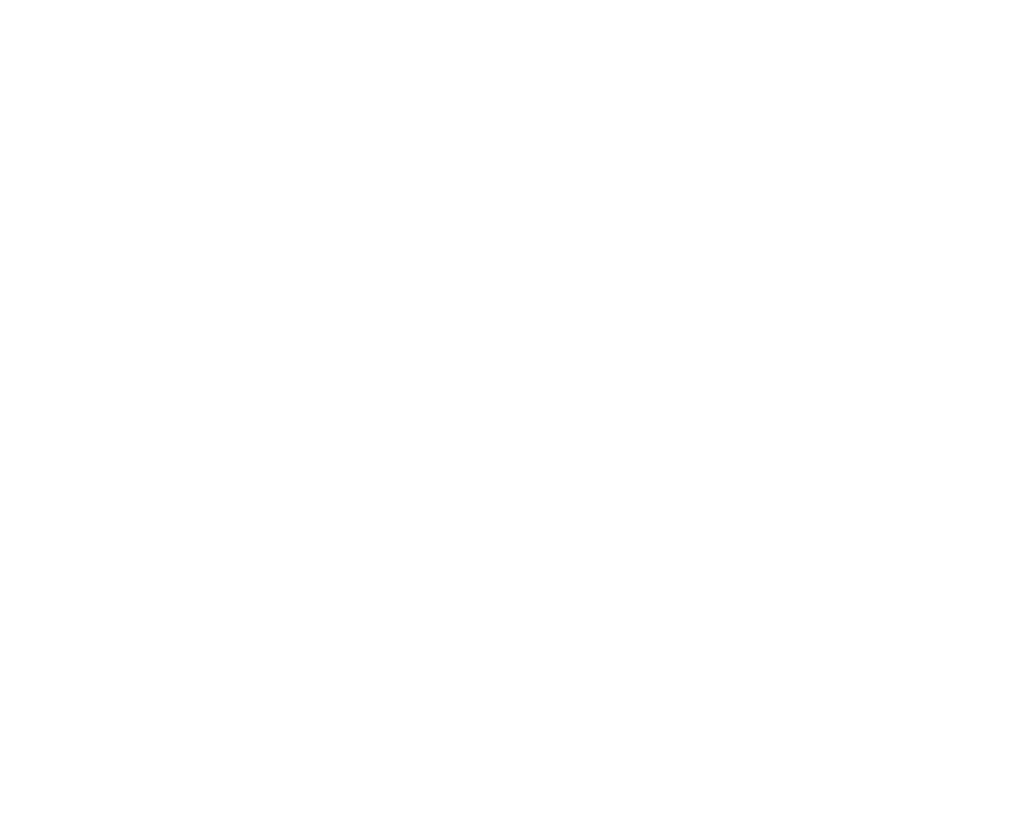
<source format=kicad_pcb>
(kicad_pcb (version 4) (generator "gerbview") (generator_version "8.0")

  (layers 
    (0 F.Cu signal)
    (1 In1.Cu signal)
    (2 In2.Cu signal)
    (31 B.Cu signal)
    (32 B.Adhes user)
    (33 F.Adhes user)
    (34 B.Paste user)
    (35 F.Paste user)
    (36 B.SilkS user)
    (37 F.SilkS user)
    (38 B.Mask user)
    (39 F.Mask user)
    (40 Dwgs.User user)
    (41 Cmts.User user)
    (42 Eco1.User user)
    (43 Eco2.User user)
    (44 Edge.Cuts user)
  )

(gr_poly (pts  (xy -7.84606 -0.62484) (xy -7.84606 -0.6223) (xy -7.84606 -0.61976)
 (xy -7.84352 -0.61722) (xy -7.84098 -0.61214) (xy -7.83844 -0.60706) (xy -7.83336 -0.60452)
 (xy -7.83082 -0.60452) (xy -7.82574 -0.60198) (xy -7.8232 -0.60198) (xy -7.82066 -0.60198)
 (xy -7.81812 -0.60198) (xy -7.81304 -0.60452) (xy -7.8105 -0.60452) (xy -7.80542 -0.60706)
 (xy -7.80288 -0.61214) (xy -7.80034 -0.61722) (xy -7.7978 -0.61976) (xy -7.7978 -0.6223)
 (xy -7.7978 -0.62484) (xy -7.7978 -0.62992) (xy -7.7978 -0.63246) (xy -7.7978 -0.63754)
 (xy -7.80034 -0.64008) (xy -7.80288 -0.64262) (xy -7.80542 -0.6477) (xy -7.8105 -0.65024)
 (xy -7.81304 -0.65024) (xy -7.81812 -0.65278) (xy -7.82066 -0.65278) (xy -7.8232 -0.65278)
 (xy -7.82574 -0.65278) (xy -7.83082 -0.65024) (xy -7.83336 -0.65024) (xy -7.83844 -0.6477)
 (xy -7.84098 -0.64262) (xy -7.84352 -0.64008) (xy -7.84606 -0.63754) (xy -7.84606 -0.63246)
 (xy -7.84606 -0.62992))(layer In1.Cu) (width 0) )
(gr_poly (pts  (xy -6.477 -0.63754) (xy -6.477 -0.635) (xy -6.477 -0.63246)
 (xy -6.47446 -0.62738) (xy -6.47446 -0.62484) (xy -6.47192 -0.6223) (xy -6.46938 -0.61976)
 (xy -6.46684 -0.61976) (xy -6.4643 -0.61722) (xy -6.46176 -0.61468) (xy -6.45922 -0.61468)
 (xy -6.45414 -0.61468) (xy -6.4516 -0.61468) (xy -6.44906 -0.61468) (xy -6.44652 -0.61468)
 (xy -6.44398 -0.61468) (xy -6.44144 -0.61722) (xy -6.4389 -0.61976) (xy -6.43636 -0.61976)
 (xy -6.43382 -0.6223) (xy -6.43128 -0.62484) (xy -6.43128 -0.62738) (xy -6.42874 -0.63246)
 (xy -6.42874 -0.635) (xy -6.42874 -0.63754) (xy -6.42874 -0.64262) (xy -6.42874 -0.64516)
 (xy -6.42874 -0.6477) (xy -6.43128 -0.65024) (xy -6.43128 -0.65278) (xy -6.43382 -0.65532)
 (xy -6.43636 -0.65786) (xy -6.4389 -0.6604) (xy -6.44144 -0.66294) (xy -6.44398 -0.66294)
 (xy -6.44652 -0.66294) (xy -6.44906 -0.66294) (xy -6.4516 -0.66548) (xy -6.45414 -0.66548)
 (xy -6.45414 -0.65024) (xy -6.4516 -0.65024) (xy -6.44906 -0.6477) (xy -6.44652 -0.6477)
 (xy -6.44398 -0.64516) (xy -6.44398 -0.64262) (xy -6.44398 -0.64008) (xy -6.44398 -0.63754)
 (xy -6.44398 -0.635) (xy -6.44398 -0.63246) (xy -6.44652 -0.63246) (xy -6.44906 -0.62992)
 (xy -6.4516 -0.62992) (xy -6.45414 -0.62992) (xy -6.45668 -0.62992) (xy -6.45922 -0.63246)
 (xy -6.46176 -0.63246) (xy -6.46176 -0.635) (xy -6.46176 -0.63754) (xy -6.46176 -0.64008)
 (xy -6.46176 -0.64262) (xy -6.46176 -0.64516) (xy -6.45922 -0.6477) (xy -6.45668 -0.6477)
 (xy -6.45414 -0.65024) (xy -6.45414 -0.66548) (xy -6.45922 -0.66294) (xy -6.46176 -0.66294)
 (xy -6.4643 -0.66294) (xy -6.46684 -0.6604) (xy -6.46938 -0.65786) (xy -6.47192 -0.65532)
 (xy -6.47446 -0.65278) (xy -6.47446 -0.65024) (xy -6.477 -0.6477) (xy -6.477 -0.64516)
 (xy -6.477 -0.64262))(layer In1.Cu) (width 0) )
(gr_poly (pts  (xy -7.80796 -1.79578) (xy -7.80796 -1.82118) (xy -7.80542 -1.82118)
 (xy -7.80542 -1.82372) (xy -7.80796 -1.82626) (xy -7.80796 -1.8288) (xy -7.8105 -1.8288)
 (xy -7.8105 -1.83134) (xy -7.81304 -1.83134) (xy -7.81558 -1.83134) (xy -7.87908 -1.83134)
 (xy -7.88162 -1.83134) (xy -7.88416 -1.83388) (xy -7.8867 -1.83388) (xy -7.88924 -1.83642)
 (xy -7.88924 -1.83896) (xy -7.89178 -1.83896) (xy -7.89432 -1.8415) (xy -7.89432 -1.84404)
 (xy -7.89686 -1.84658) (xy -7.89686 -1.84912) (xy -7.89686 -1.85166) (xy -7.89686 -1.8542)
 (xy -7.89686 -1.85674) (xy -7.89432 -1.85928) (xy -7.89432 -1.86182) (xy -7.89178 -1.86436)
 (xy -7.88924 -1.8669) (xy -7.8867 -1.86944) (xy -7.88416 -1.86944) (xy -7.88416 -1.87198)
 (xy -7.88162 -1.87198) (xy -7.87908 -1.87198) (xy -7.72414 -1.87198) (xy -7.7216 -1.87198)
 (xy -7.7216 -1.87452) (xy -7.71906 -1.87452) (xy -7.71906 -1.87706) (xy -7.71652 -1.87706)
 (xy -7.71652 -1.8796) (xy -7.71652 -1.88468) (xy -7.71652 -1.88722) (xy -7.71906 -1.88722)
 (xy -7.71906 -1.88976) (xy -7.7216 -1.88976) (xy -7.72414 -1.8923) (xy -7.87908 -1.8923)
 (xy -7.88162 -1.8923) (xy -7.88416 -1.8923) (xy -7.88416 -1.89484) (xy -7.8867 -1.89484)
 (xy -7.88924 -1.89738) (xy -7.89178 -1.89992) (xy -7.89432 -1.90246) (xy -7.89432 -1.905)
 (xy -7.89686 -1.90754) (xy -7.89686 -1.91008) (xy -7.89686 -1.91262) (xy -7.89686 -1.91516)
 (xy -7.89686 -1.9177) (xy -7.89432 -1.92024) (xy -7.89432 -1.92278) (xy -7.89178 -1.92532)
 (xy -7.88924 -1.92532) (xy -7.88924 -1.92786) (xy -7.8867 -1.9304) (xy -7.88416 -1.9304)
 (xy -7.88162 -1.9304) (xy -7.87908 -1.9304) (xy -7.87908 -1.93294) (xy -7.72414 -1.93294)
 (xy -7.7216 -1.93294) (xy -7.71906 -1.93548) (xy -7.71906 -1.93802) (xy -7.71652 -1.93802)
 (xy -7.71652 -1.94056) (xy -7.71652 -1.9431) (xy -7.71652 -1.94564) (xy -7.71906 -1.94818)
 (xy -7.71906 -1.95072) (xy -7.7216 -1.95072) (xy -7.72414 -1.95072) (xy -7.72414 -1.95326)
 (xy -7.87908 -1.95326) (xy -7.88162 -1.95326) (xy -7.88416 -1.95326) (xy -7.8867 -1.95326)
 (xy -7.88924 -1.9558) (xy -7.88924 -1.95834) (xy -7.89178 -1.95834) (xy -7.89432 -1.96088)
 (xy -7.89432 -1.96342) (xy -7.89432 -1.96596) (xy -7.89686 -1.96596) (xy -7.89686 -1.9685)
 (xy -7.89686 -1.97104) (xy -7.89686 -1.97358) (xy -7.89686 -1.97612) (xy -7.89432 -1.97866)
 (xy -7.89432 -1.9812) (xy -7.89178 -1.98374) (xy -7.88924 -1.98628) (xy -7.8867 -1.98882)
 (xy -7.88416 -1.98882) (xy -7.88416 -1.99136) (xy -7.88162 -1.99136) (xy -7.87908 -1.99136)
 (xy -7.72414 -1.99136) (xy -7.7216 -1.9939) (xy -7.71906 -1.9939) (xy -7.71906 -1.99644)
 (xy -7.71652 -1.99898) (xy -7.71652 -2.00152) (xy -7.71652 -2.00406) (xy -7.71652 -2.0066)
 (xy -7.71906 -2.0066) (xy -7.71906 -2.00914) (xy -7.7216 -2.00914) (xy -7.7216 -2.01168)
 (xy -7.72414 -2.01168) (xy -7.87908 -2.01168) (xy -7.88162 -2.01168) (xy -7.88416 -2.01422)
 (xy -7.8867 -2.01422) (xy -7.88924 -2.01676) (xy -7.89178 -2.0193) (xy -7.89432 -2.02184)
 (xy -7.89432 -2.02438) (xy -7.89686 -2.02692) (xy -7.89686 -2.02946) (xy -7.89686 -2.03454)
 (xy -7.89686 -2.03708) (xy -7.89432 -2.03962) (xy -7.89432 -2.04216) (xy -7.89178 -2.0447)
 (xy -7.88924 -2.04724) (xy -7.8867 -2.04978) (xy -7.88416 -2.04978) (xy -7.88162 -2.05232)
 (xy -7.87908 -2.05232) (xy -7.72414 -2.05232) (xy -7.7216 -2.05232) (xy -7.7216 -2.05486)
 (xy -7.71906 -2.05486) (xy -7.71906 -2.0574) (xy -7.71652 -2.0574) (xy -7.71652 -2.05994)
 (xy -7.71652 -2.06248) (xy -7.71652 -2.06502) (xy -7.71906 -2.06756) (xy -7.71906 -2.0701)
 (xy -7.7216 -2.0701) (xy -7.72414 -2.07264) (xy -7.78764 -2.07264) (xy -7.79018 -2.07264)
 (xy -7.79272 -2.07264) (xy -7.79526 -2.07518) (xy -7.80034 -2.07772) (xy -7.80288 -2.08026)
 (xy -7.80288 -2.0828) (xy -7.80542 -2.0828) (xy -7.80542 -2.08534) (xy -7.80542 -2.08788)
 (xy -7.80542 -2.09042) (xy -7.80542 -2.11074) (xy -7.80796 -2.11074) (xy -7.80796 -2.13614)
 (xy -7.79526 -2.13614) (xy -7.79526 -2.11074) (xy -7.79526 -2.09042) (xy -7.79526 -2.08788)
 (xy -7.79526 -2.08534) (xy -7.79272 -2.08534) (xy -7.79272 -2.0828) (xy -7.79018 -2.0828)
 (xy -7.78764 -2.0828) (xy -7.72414 -2.0828) (xy -7.72414 -2.08026) (xy -7.7216 -2.08026)
 (xy -7.71906 -2.08026) (xy -7.71652 -2.08026) (xy -7.71398 -2.07772) (xy -7.71144 -2.07518)
 (xy -7.7089 -2.07264) (xy -7.7089 -2.0701) (xy -7.70636 -2.0701) (xy -7.70636 -2.06756)
 (xy -7.70636 -2.06502) (xy -7.70636 -2.06248) (xy -7.70636 -2.05994) (xy -7.70636 -2.0574)
 (xy -7.70636 -2.05486) (xy -7.7089 -2.05232) (xy -7.71144 -2.04978) (xy -7.71144 -2.04724)
 (xy -7.71398 -2.04724) (xy -7.71652 -2.0447) (xy -7.71906 -2.0447) (xy -7.71906 -2.04216)
 (xy -7.7216 -2.04216) (xy -7.72414 -2.04216) (xy -7.87908 -2.04216) (xy -7.88162 -2.04216)
 (xy -7.88162 -2.03962) (xy -7.88416 -2.03962) (xy -7.88416 -2.03708) (xy -7.8867 -2.03708)
 (xy -7.8867 -2.03454) (xy -7.8867 -2.02946) (xy -7.8867 -2.02692) (xy -7.88416 -2.02692)
 (xy -7.88416 -2.02438) (xy -7.88162 -2.02438) (xy -7.88162 -2.02184) (xy -7.87908 -2.02184)
 (xy -7.72414 -2.02184) (xy -7.7216 -2.02184) (xy -7.71906 -2.02184) (xy -7.71906 -2.0193)
 (xy -7.71652 -2.0193) (xy -7.71398 -2.01676) (xy -7.71144 -2.01676) (xy -7.71144 -2.01422)
 (xy -7.7089 -2.01168) (xy -7.70636 -2.00914) (xy -7.70636 -2.0066) (xy -7.70636 -2.00406)
 (xy -7.70636 -2.00152) (xy -7.70636 -1.99898) (xy -7.70636 -1.99644) (xy -7.70636 -1.9939)
 (xy -7.7089 -1.9939) (xy -7.7089 -1.99136) (xy -7.71144 -1.98882) (xy -7.71398 -1.98628)
 (xy -7.71652 -1.98374) (xy -7.71906 -1.98374) (xy -7.7216 -1.98374) (xy -7.72414 -1.98374)
 (xy -7.72414 -1.9812) (xy -7.87908 -1.9812) (xy -7.88162 -1.9812) (xy -7.88416 -1.97866)
 (xy -7.88416 -1.97612) (xy -7.8867 -1.97612) (xy -7.8867 -1.97358) (xy -7.8867 -1.97104)
 (xy -7.8867 -1.9685) (xy -7.88416 -1.96596) (xy -7.88416 -1.96342) (xy -7.88162 -1.96342)
 (xy -7.87908 -1.96342) (xy -7.87908 -1.96088) (xy -7.72414 -1.96088) (xy -7.7216 -1.96088)
 (xy -7.71906 -1.96088) (xy -7.71652 -1.95834) (xy -7.71398 -1.95834) (xy -7.71144 -1.9558)
 (xy -7.7089 -1.95326) (xy -7.7089 -1.95072) (xy -7.70636 -1.94818) (xy -7.70636 -1.94564)
 (xy -7.70636 -1.9431) (xy -7.70636 -1.94056) (xy -7.70636 -1.93802) (xy -7.70636 -1.93548)
 (xy -7.7089 -1.93294) (xy -7.71144 -1.92786) (xy -7.71398 -1.92532) (xy -7.71652 -1.92532)
 (xy -7.71906 -1.92278) (xy -7.7216 -1.92278) (xy -7.72414 -1.92278) (xy -7.87908 -1.92278)
 (xy -7.87908 -1.92024) (xy -7.88162 -1.92024) (xy -7.88416 -1.92024) (xy -7.88416 -1.9177)
 (xy -7.8867 -1.91516) (xy -7.8867 -1.91262) (xy -7.8867 -1.91008) (xy -7.8867 -1.90754)
 (xy -7.88416 -1.90754) (xy -7.88416 -1.905) (xy -7.88162 -1.905) (xy -7.88162 -1.90246)
 (xy -7.87908 -1.90246) (xy -7.72414 -1.90246) (xy -7.7216 -1.90246) (xy -7.71906 -1.89992)
 (xy -7.71652 -1.89992) (xy -7.71398 -1.89738) (xy -7.71144 -1.89484) (xy -7.7089 -1.8923)
 (xy -7.7089 -1.88976) (xy -7.70636 -1.88976) (xy -7.70636 -1.88722) (xy -7.70636 -1.88468)
 (xy -7.70636 -1.8796) (xy -7.70636 -1.87706) (xy -7.70636 -1.87452) (xy -7.7089 -1.87452)
 (xy -7.7089 -1.87198) (xy -7.71144 -1.86944) (xy -7.71144 -1.8669) (xy -7.71398 -1.8669)
 (xy -7.71652 -1.86436) (xy -7.71906 -1.86436) (xy -7.71906 -1.86182) (xy -7.7216 -1.86182)
 (xy -7.72414 -1.86182) (xy -7.87908 -1.86182) (xy -7.88162 -1.86182) (xy -7.88162 -1.85928)
 (xy -7.88416 -1.85928) (xy -7.88416 -1.85674) (xy -7.8867 -1.85674) (xy -7.8867 -1.8542)
 (xy -7.8867 -1.85166) (xy -7.8867 -1.84912) (xy -7.88416 -1.84658) (xy -7.88416 -1.84404)
 (xy -7.88162 -1.84404) (xy -7.87908 -1.8415) (xy -7.81558 -1.8415) (xy -7.81304 -1.8415)
 (xy -7.8105 -1.8415) (xy -7.80796 -1.83896) (xy -7.80542 -1.83896) (xy -7.80288 -1.83642)
 (xy -7.80034 -1.83388) (xy -7.7978 -1.83134) (xy -7.7978 -1.8288) (xy -7.7978 -1.82626)
 (xy -7.79526 -1.82372) (xy -7.79526 -1.82118) (xy -7.79526 -1.79578))
(layer In2.Cu) (width 0) )
(gr_poly (pts  (xy -6.44906 -2.00406) (xy -6.44906 -2.0066) (xy -6.4643 -2.0066)
 (xy -6.4643 -1.9812) (xy -6.4389 -1.9812) (xy -6.43636 -1.97866) (xy -6.43636 -1.97612)
 (xy -6.43382 -1.97358) (xy -6.43382 -1.97104) (xy -6.43382 -1.96596) (xy -6.43636 -1.96342)
 (xy -6.43636 -1.96088) (xy -6.43636 -1.95834) (xy -6.43636 -1.9558) (xy -6.4389 -1.9558)
 (xy -6.4389 -1.95326) (xy -6.44144 -1.95326) (xy -6.44144 -1.95072) (xy -6.44398 -1.95072)
 (xy -6.44652 -1.94818) (xy -6.44906 -1.94818) (xy -6.4516 -1.94818) (xy -6.45414 -1.94564)
 (xy -6.45922 -1.94564) (xy -6.46176 -1.94564) (xy -6.4643 -1.94818) (xy -6.46938 -1.94818)
 (xy -6.477 -1.95326) (xy -6.48208 -1.95834) (xy -6.48462 -1.96088) (xy -6.48716 -1.96596)
 (xy -6.4897 -1.97104) (xy -6.4897 -1.97358) (xy -6.4897 -1.97612) (xy -6.4897 -1.9812)
 (xy -6.4897 -1.98374) (xy -6.4897 -1.98628) (xy -6.48716 -1.99136) (xy -6.48208 -1.99898)
 (xy -6.477 -2.00406) (xy -6.46938 -2.00914) (xy -6.4643 -2.00914) (xy -6.46176 -2.01168)
 (xy -6.45922 -2.01168) (xy -6.45414 -2.01168) (xy -6.44906 -2.01168) (xy -6.44144 -2.00914)
 (xy -6.43636 -2.0066) (xy -6.43128 -2.00406) (xy -6.42874 -2.00152) (xy -6.42366 -1.99644)
 (xy -6.42112 -1.9939) (xy -6.42112 -1.98882) (xy -6.41858 -1.98628) (xy -6.41604 -1.98374)
 (xy -6.41604 -1.97612) (xy -6.4135 -1.97104) (xy -6.4135 -1.96596) (xy -6.41604 -1.96088)
 (xy -6.41604 -1.95326) (xy -6.42112 -1.94818) (xy -6.42112 -1.9431) (xy -6.42366 -1.94056)
 (xy -6.42874 -1.93548) (xy -6.43128 -1.93294) (xy -6.43636 -1.9304) (xy -6.44144 -1.92786)
 (xy -6.44906 -1.92532) (xy -6.45414 -1.92532) (xy -6.46176 -1.92532) (xy -6.47446 -1.92786)
 (xy -6.48208 -1.93294) (xy -6.48716 -1.93548) (xy -6.49478 -1.94056) (xy -6.49986 -1.94818)
 (xy -6.5024 -1.95326) (xy -6.50494 -1.9558) (xy -6.50748 -1.96088) (xy -6.51002 -1.97358)
 (xy -6.51002 -1.98374) (xy -6.50748 -1.99644) (xy -6.5024 -2.00406) (xy -6.49986 -2.00914)
 (xy -6.49478 -2.01676) (xy -6.48716 -2.02184) (xy -6.48208 -2.02438) (xy -6.47446 -2.02692)
 (xy -6.46176 -2.032) (xy -6.4516 -2.032) (xy -6.44652 -2.02946) (xy -6.44144 -2.02946)
 (xy -6.43636 -2.02692) (xy -6.43128 -2.02438) (xy -6.4262 -2.02184) (xy -6.42112 -2.0193)
 (xy -6.41604 -2.01676) (xy -6.40842 -2.00914) (xy -6.40588 -2.00406) (xy -6.40334 -1.99898)
 (xy -6.4008 -1.9939) (xy -6.39826 -1.98882) (xy -6.39572 -1.98374) (xy -6.39572 -1.97866)
 (xy -6.39572 -1.97358) (xy -6.39572 -1.96342) (xy -6.39572 -1.95834) (xy -6.39572 -1.95326)
 (xy -6.39826 -1.94818) (xy -6.4008 -1.9431) (xy -6.40334 -1.93802) (xy -6.40588 -1.93294)
 (xy -6.40842 -1.92786) (xy -6.41604 -1.92024) (xy -6.42112 -1.9177) (xy -6.4262 -1.91516)
 (xy -6.43128 -1.91262) (xy -6.43636 -1.91008) (xy -6.44144 -1.90754) (xy -6.44652 -1.90754)
 (xy -6.4516 -1.905) (xy -6.45668 -1.905) (xy -6.4643 -1.90754) (xy -6.46938 -1.90754)
 (xy -6.477 -1.90754) (xy -6.48208 -1.91008) (xy -6.49224 -1.91516) (xy -6.49732 -1.92024)
 (xy -6.50748 -1.92786) (xy -6.51764 -1.93802) (xy -6.52018 -1.9431) (xy -6.52272 -1.94818)
 (xy -6.52526 -1.95326) (xy -6.5278 -1.95834) (xy -6.5278 -1.96596) (xy -6.5278 -1.97104)
 (xy -6.53034 -1.97866) (xy -6.5278 -1.98374) (xy -6.5278 -1.99136) (xy -6.5278 -1.99644)
 (xy -6.52526 -2.00406) (xy -6.52018 -2.01422) (xy -6.51764 -2.0193) (xy -6.50748 -2.02946)
 (xy -6.49732 -2.03708) (xy -6.49224 -2.04216) (xy -6.48208 -2.04724) (xy -6.477 -2.04724)
 (xy -6.46938 -2.04978) (xy -6.4643 -2.04978) (xy -6.45668 -2.04978) (xy -6.44906 -2.04978)
 (xy -6.44144 -2.04978) (xy -6.43636 -2.04724) (xy -6.42874 -2.04724) (xy -6.42112 -2.0447)
 (xy -6.41604 -2.03962) (xy -6.40842 -2.03708) (xy -6.39826 -2.02692) (xy -6.39064 -2.01676)
 (xy -6.38556 -2.00914) (xy -6.38302 -2.00406) (xy -6.38048 -1.99644) (xy -6.37794 -1.98882)
 (xy -6.3754 -1.98374) (xy -6.3754 -1.97612) (xy -6.3754 -1.9685) (xy -6.3754 -1.96088)
 (xy -6.3754 -1.95326) (xy -6.37794 -1.94818) (xy -6.38048 -1.94056) (xy -6.38302 -1.93294)
 (xy -6.38556 -1.92786) (xy -6.39064 -1.92024) (xy -6.39826 -1.91008) (xy -6.40842 -1.89992)
 (xy -6.41604 -1.89738) (xy -6.42112 -1.8923) (xy -6.42874 -1.88976) (xy -6.43636 -1.88976)
 (xy -6.44144 -1.88722) (xy -6.44906 -1.88722) (xy -6.45668 -1.88722) (xy -6.4643 -1.88722)
 (xy -6.47192 -1.88722) (xy -6.48208 -1.88976) (xy -6.4897 -1.8923) (xy -6.49478 -1.89484)
 (xy -6.51002 -1.90246) (xy -6.51764 -1.90754) (xy -6.52272 -1.91262) (xy -6.5278 -1.92024)
 (xy -6.53288 -1.92532) (xy -6.53796 -1.93294) (xy -6.5405 -1.94056) (xy -6.54304 -1.94818)
 (xy -6.54558 -1.95326) (xy -6.54812 -1.96342) (xy -6.54812 -1.97104) (xy -6.55066 -1.97866)
 (xy -6.54812 -1.98628) (xy -6.54812 -1.9939) (xy -6.54558 -2.00152) (xy -6.54304 -2.00914)
 (xy -6.5405 -2.01676) (xy -6.53288 -2.032) (xy -6.5278 -2.03708) (xy -6.52272 -2.0447)
 (xy -6.51764 -2.04978) (xy -6.51002 -2.05486) (xy -6.49478 -2.06248) (xy -6.4897 -2.06502)
 (xy -6.48208 -2.06756) (xy -6.47192 -2.0701) (xy -6.4643 -2.0701) (xy -6.45668 -2.0701)
 (xy -6.44906 -2.0701) (xy -6.4389 -2.0701) (xy -6.43128 -2.06756) (xy -6.42112 -2.06502)
 (xy -6.4135 -2.06248) (xy -6.40588 -2.0574) (xy -6.39826 -2.05232) (xy -6.39064 -2.04724)
 (xy -6.38556 -2.04216) (xy -6.37794 -2.03454) (xy -6.37286 -2.02692) (xy -6.36778 -2.0193)
 (xy -6.36524 -2.01168) (xy -6.36016 -2.00406) (xy -6.35762 -1.9939) (xy -6.35508 -1.98628)
 (xy -6.35508 -1.97866) (xy -6.35508 -1.9685) (xy -6.35508 -1.95834) (xy -6.35508 -1.95072)
 (xy -6.35762 -1.9431) (xy -6.36016 -1.93294) (xy -6.36524 -1.92532) (xy -6.36778 -1.9177)
 (xy -6.37286 -1.91008) (xy -6.37794 -1.90246) (xy -6.38556 -1.89484) (xy -6.39064 -1.88976)
 (xy -6.39826 -1.88468) (xy -6.40588 -1.8796) (xy -6.4135 -1.87452) (xy -6.42112 -1.87198)
 (xy -6.43128 -1.86944) (xy -6.4389 -1.8669) (xy -6.44906 -1.8669) (xy -6.45668 -1.8669)
 (xy -6.4643 -1.8669) (xy -6.4643 -1.83134) (xy -6.44906 -1.83134) (xy -6.44906 -1.85166)
 (xy -6.4389 -1.85166) (xy -6.42874 -1.8542) (xy -6.41858 -1.85674) (xy -6.40842 -1.86182)
 (xy -6.4008 -1.8669) (xy -6.39064 -1.87198) (xy -6.38302 -1.87706) (xy -6.3754 -1.88468)
 (xy -6.36778 -1.8923) (xy -6.3627 -1.89992) (xy -6.35508 -1.91008) (xy -6.35 -1.9177)
 (xy -6.34746 -1.92786) (xy -6.34238 -1.93802) (xy -6.34238 -1.94818) (xy -6.33984 -1.95834)
 (xy -6.33984 -1.9685) (xy -6.33984 -1.97866) (xy -6.34238 -1.98882) (xy -6.34238 -1.99898)
 (xy -6.34746 -2.00914) (xy -6.35 -2.01676) (xy -6.35508 -2.02692) (xy -6.36016 -2.03708)
 (xy -6.36778 -2.0447) (xy -6.37286 -2.05232) (xy -6.38048 -2.0574) (xy -6.39064 -2.06502)
 (xy -6.39826 -2.0701) (xy -6.40842 -2.07518) (xy -6.41604 -2.08026) (xy -6.4262 -2.0828)
 (xy -6.43636 -2.0828) (xy -6.44652 -2.08534) (xy -6.45668 -2.08534) (xy -6.46684 -2.08534)
 (xy -6.47446 -2.08534) (xy -6.48462 -2.0828) (xy -6.49478 -2.08026) (xy -6.5024 -2.07518)
 (xy -6.51002 -2.07264) (xy -6.51764 -2.06756) (xy -6.52526 -2.05994) (xy -6.53288 -2.05486)
 (xy -6.5405 -2.04724) (xy -6.54558 -2.03962) (xy -6.55066 -2.032) (xy -6.55574 -2.02438)
 (xy -6.55828 -2.01676) (xy -6.56082 -2.0066) (xy -6.56336 -1.99644) (xy -6.56336 -1.98882)
 (xy -6.56336 -1.97866) (xy -6.56336 -1.9685) (xy -6.56336 -1.96088) (xy -6.56082 -1.95072)
 (xy -6.55828 -1.94056) (xy -6.55574 -1.93294) (xy -6.55066 -1.92532) (xy -6.54558 -1.9177)
 (xy -6.5405 -1.91008) (xy -6.53288 -1.90246) (xy -6.52526 -1.89484) (xy -6.51764 -1.88976)
 (xy -6.51002 -1.88468) (xy -6.5024 -1.88214) (xy -6.49478 -1.87706) (xy -6.48462 -1.87452)
 (xy -6.47446 -1.87198) (xy -6.46684 -1.87198) (xy -6.45668 -1.87198) (xy -6.44906 -1.87198)
 (xy -6.4389 -1.87198) (xy -6.43128 -1.87452) (xy -6.42366 -1.87706) (xy -6.41604 -1.8796)
 (xy -6.40842 -1.88468) (xy -6.4008 -1.88976) (xy -6.3881 -1.89992) (xy -6.37794 -1.91262)
 (xy -6.37286 -1.92024) (xy -6.36778 -1.92786) (xy -6.36524 -1.93548) (xy -6.3627 -1.9431)
 (xy -6.36016 -1.95072) (xy -6.36016 -1.96088) (xy -6.36016 -1.9685) (xy -6.36016 -1.97612)
 (xy -6.36016 -1.98628) (xy -6.3627 -1.9939) (xy -6.36524 -2.00152) (xy -6.36778 -2.00914)
 (xy -6.37286 -2.01676) (xy -6.37794 -2.02438) (xy -6.3881 -2.03708) (xy -6.4008 -2.04724)
 (xy -6.40842 -2.05232) (xy -6.41604 -2.0574) (xy -6.42366 -2.05994) (xy -6.43128 -2.06248)
 (xy -6.4389 -2.06502) (xy -6.44906 -2.06502) (xy -6.45668 -2.06502) (xy -6.4643 -2.06502)
 (xy -6.47192 -2.06502) (xy -6.47954 -2.06248) (xy -6.48716 -2.05994) (xy -6.49478 -2.0574)
 (xy -6.49986 -2.05486) (xy -6.50748 -2.04978) (xy -6.51256 -2.0447) (xy -6.52018 -2.03962)
 (xy -6.52526 -2.03454) (xy -6.5278 -2.02946) (xy -6.53288 -2.02184) (xy -6.53542 -2.01676)
 (xy -6.53796 -2.00914) (xy -6.5405 -2.00152) (xy -6.54304 -1.9939) (xy -6.54304 -1.98628)
 (xy -6.54558 -1.97866) (xy -6.54304 -1.97104) (xy -6.54304 -1.96342) (xy -6.5405 -1.9558)
 (xy -6.53796 -1.94818) (xy -6.53542 -1.94056) (xy -6.53288 -1.93548) (xy -6.52526 -1.92278)
 (xy -6.52018 -1.9177) (xy -6.51256 -1.91262) (xy -6.50748 -1.90754) (xy -6.49986 -1.90246)
 (xy -6.49478 -1.89992) (xy -6.48716 -1.89738) (xy -6.47954 -1.89484) (xy -6.47192 -1.8923)
 (xy -6.4643 -1.8923) (xy -6.45668 -1.88976) (xy -6.44906 -1.8923) (xy -6.44398 -1.8923)
 (xy -6.43636 -1.8923) (xy -6.43128 -1.89484) (xy -6.42366 -1.89738) (xy -6.41858 -1.90246)
 (xy -6.4135 -1.905) (xy -6.40588 -1.91008) (xy -6.4008 -1.91262) (xy -6.39826 -1.9177)
 (xy -6.39318 -1.92278) (xy -6.39064 -1.9304) (xy -6.3881 -1.93548) (xy -6.38302 -1.9431)
 (xy -6.38302 -1.94818) (xy -6.38048 -1.9558) (xy -6.38048 -1.96088) (xy -6.38048 -1.9685)
 (xy -6.38048 -1.97612) (xy -6.38048 -1.9812) (xy -6.38302 -1.98882) (xy -6.38302 -1.9939)
 (xy -6.3881 -2.00152) (xy -6.39064 -2.0066) (xy -6.39318 -2.01422) (xy -6.39826 -2.0193)
 (xy -6.4008 -2.02438) (xy -6.40588 -2.02692) (xy -6.4135 -2.032) (xy -6.41858 -2.03454)
 (xy -6.42366 -2.03962) (xy -6.43128 -2.04216) (xy -6.43636 -2.0447) (xy -6.44398 -2.0447)
 (xy -6.44906 -2.0447) (xy -6.45668 -2.04724) (xy -6.46176 -2.0447) (xy -6.46938 -2.0447)
 (xy -6.47446 -2.0447) (xy -6.47954 -2.04216) (xy -6.48462 -2.03962) (xy -6.4897 -2.03708)
 (xy -6.49478 -2.03454) (xy -6.49986 -2.02946) (xy -6.50748 -2.02184) (xy -6.51256 -2.01676)
 (xy -6.5151 -2.01168) (xy -6.51764 -2.0066) (xy -6.52018 -2.00152) (xy -6.52272 -1.99644)
 (xy -6.52272 -1.98882) (xy -6.52526 -1.98374) (xy -6.52526 -1.97866) (xy -6.52526 -1.97358)
 (xy -6.52272 -1.96596) (xy -6.52272 -1.96088) (xy -6.52018 -1.9558) (xy -6.5151 -1.94564)
 (xy -6.51256 -1.94056) (xy -6.50748 -1.93548) (xy -6.49986 -1.92786) (xy -6.49478 -1.92278)
 (xy -6.4897 -1.92024) (xy -6.48462 -1.9177) (xy -6.47954 -1.91516) (xy -6.47446 -1.91262)
 (xy -6.46938 -1.91262) (xy -6.46176 -1.91262) (xy -6.45668 -1.91008) (xy -6.4516 -1.91008)
 (xy -6.44144 -1.91262) (xy -6.43636 -1.91516) (xy -6.43128 -1.9177) (xy -6.42874 -1.9177)
 (xy -6.42112 -1.92532) (xy -6.4135 -1.9304) (xy -6.40588 -1.94056) (xy -6.40588 -1.9431)
 (xy -6.40334 -1.94818) (xy -6.4008 -1.95326) (xy -6.39826 -1.96342) (xy -6.39826 -1.97358)
 (xy -6.4008 -1.98374) (xy -6.40334 -1.98882) (xy -6.40588 -1.9939) (xy -6.40588 -1.99644)
 (xy -6.41096 -2.00152) (xy -6.4135 -2.0066) (xy -6.42112 -2.01168) (xy -6.42874 -2.0193)
 (xy -6.43128 -2.0193) (xy -6.43636 -2.02184) (xy -6.44144 -2.02438) (xy -6.4516 -2.02692)
 (xy -6.46176 -2.02692) (xy -6.4643 -2.02438) (xy -6.46938 -2.02438) (xy -6.47192 -2.02184)
 (xy -6.477 -2.02184) (xy -6.48462 -2.01676) (xy -6.48716 -2.01422) (xy -6.49224 -2.00914)
 (xy -6.49478 -2.0066) (xy -6.49986 -1.99898) (xy -6.5024 -1.9939) (xy -6.5024 -1.99136)
 (xy -6.50494 -1.98628) (xy -6.50494 -1.98374) (xy -6.50494 -1.97358) (xy -6.50494 -1.97104)
 (xy -6.5024 -1.96596) (xy -6.5024 -1.96342) (xy -6.49986 -1.95834) (xy -6.49732 -1.95326)
 (xy -6.49478 -1.95072) (xy -6.49224 -1.94818) (xy -6.48716 -1.9431) (xy -6.48462 -1.94056)
 (xy -6.477 -1.93548) (xy -6.47192 -1.93294) (xy -6.46938 -1.93294) (xy -6.4643 -1.9304)
 (xy -6.46176 -1.9304) (xy -6.45414 -1.9304) (xy -6.4516 -1.9304) (xy -6.44652 -1.93294)
 (xy -6.44398 -1.93294) (xy -6.44144 -1.93548) (xy -6.4389 -1.93548) (xy -6.43128 -1.9431)
 (xy -6.42366 -1.95072) (xy -6.42366 -1.95326) (xy -6.42112 -1.9558) (xy -6.42112 -1.95834)
 (xy -6.42112 -1.96088) (xy -6.41858 -1.96596) (xy -6.41858 -1.97104) (xy -6.42112 -1.97612)
 (xy -6.42112 -1.97866) (xy -6.42112 -1.9812) (xy -6.4262 -1.98882) (xy -6.4262 -1.99136)
 (xy -6.42874 -1.9939) (xy -6.43128 -1.99644) (xy -6.43382 -1.99898) (xy -6.4389 -2.00152)
 (xy -6.44398 -2.00406) (xy -6.44652 -2.00406))
(layer In2.Cu) (width 0) )
(gr_poly (pts  (xy -7.7851 -1.1176) (xy -7.7978 -1.1176) (xy -7.7978 -1.0922)
 (xy -7.7851 -1.0922) (xy -7.7851 -1.10236) (xy -7.78002 -1.09982) (xy -7.77748 -1.09982)
 (xy -7.77494 -1.09982) (xy -7.77494 -1.09728) (xy -7.7724 -1.09728) (xy -7.7724 -1.09474)
 (xy -7.76986 -1.09474) (xy -7.76986 -1.0922) (xy -7.76732 -1.08966) (xy -7.76732 -1.08204)
 (xy -7.76732 -1.0795) (xy -7.76732 -1.07442) (xy -7.76732 -1.07188) (xy -7.76986 -1.06934)
 (xy -7.76986 -1.0668) (xy -7.7724 -1.0668) (xy -7.7724 -1.06426) (xy -7.77494 -1.06426)
 (xy -7.77494 -1.06172) (xy -7.77748 -1.06172) (xy -7.78002 -1.05918) (xy -7.78256 -1.05918)
 (xy -7.78764 -1.05918) (xy -7.7978 -1.05918) (xy -7.80034 -1.05918) (xy -7.80288 -1.05918)
 (xy -7.80796 -1.06172) (xy -7.81558 -1.06426) (xy -7.81812 -1.06934) (xy -7.82066 -1.07188)
 (xy -7.8232 -1.07442) (xy -7.8232 -1.07696) (xy -7.82574 -1.08204) (xy -7.82574 -1.08458)
 (xy -7.82574 -1.08712) (xy -7.82574 -1.09474) (xy -7.82574 -1.09982) (xy -7.8232 -1.1049)
 (xy -7.81812 -1.11252) (xy -7.81558 -1.11506) (xy -7.80796 -1.12014) (xy -7.80288 -1.12268)
 (xy -7.80034 -1.12268) (xy -7.7978 -1.12268) (xy -7.7851 -1.12268) (xy -7.78256 -1.12268)
 (xy -7.77494 -1.12014) (xy -7.76732 -1.1176) (xy -7.76478 -1.11506) (xy -7.76224 -1.11252)
 (xy -7.75716 -1.10744) (xy -7.75462 -1.1049) (xy -7.75208 -1.10236) (xy -7.74954 -1.09728)
 (xy -7.74954 -1.09474) (xy -7.747 -1.08712) (xy -7.747 -1.08458) (xy -7.747 -1.07696)
 (xy -7.747 -1.07188) (xy -7.74954 -1.0668) (xy -7.75208 -1.05918) (xy -7.75462 -1.05664)
 (xy -7.75716 -1.0541) (xy -7.76224 -1.04902) (xy -7.76478 -1.04648) (xy -7.76732 -1.04394)
 (xy -7.77494 -1.0414) (xy -7.78256 -1.03886) (xy -7.7851 -1.03886) (xy -7.7978 -1.03886)
 (xy -7.81304 -1.0414) (xy -7.82066 -1.04394) (xy -7.8232 -1.04648) (xy -7.83082 -1.0541)
 (xy -7.8359 -1.06172) (xy -7.83844 -1.06426) (xy -7.84098 -1.06934) (xy -7.84352 -1.07188)
 (xy -7.84606 -1.08712) (xy -7.84606 -1.09474) (xy -7.84352 -1.10744) (xy -7.83844 -1.1176)
 (xy -7.8359 -1.12014) (xy -7.83082 -1.12776) (xy -7.8232 -1.13284) (xy -7.82066 -1.13538)
 (xy -7.81304 -1.14046) (xy -7.7978 -1.143) (xy -7.7851 -1.143) (xy -7.7851 -1.1684)
 (xy -7.7978 -1.1684) (xy -7.7978 -1.15824) (xy -7.80796 -1.1557) (xy -7.81304 -1.1557)
 (xy -7.82066 -1.15316) (xy -7.82574 -1.15062) (xy -7.83082 -1.14808) (xy -7.8359 -1.143)
 (xy -7.84098 -1.14046) (xy -7.84352 -1.13538) (xy -7.85114 -1.12522) (xy -7.85368 -1.12014)
 (xy -7.85622 -1.11506) (xy -7.85876 -1.10744) (xy -7.8613 -1.10236) (xy -7.8613 -1.08966)
 (xy -7.8613 -1.0795) (xy -7.85876 -1.07188) (xy -7.85876 -1.0668) (xy -7.85368 -1.05664)
 (xy -7.8486 -1.05156) (xy -7.84606 -1.04648) (xy -7.83844 -1.03886) (xy -7.83336 -1.03378)
 (xy -7.82828 -1.03124) (xy -7.8232 -1.0287) (xy -7.81812 -1.02616) (xy -7.8105 -1.02616)
 (xy -7.80542 -1.02362) (xy -7.80034 -1.02362) (xy -7.79272 -1.02362) (xy -7.7851 -1.02362)
 (xy -7.77494 -1.02616) (xy -7.76986 -1.02616) (xy -7.76478 -1.0287) (xy -7.7597 -1.03124)
 (xy -7.75208 -1.03632) (xy -7.74446 -1.04394) (xy -7.73938 -1.05156) (xy -7.73684 -1.05664)
 (xy -7.7343 -1.06172) (xy -7.7343 -1.06426) (xy -7.73176 -1.07442) (xy -7.73176 -1.08458)
 (xy -7.7343 -1.09474) (xy -7.7343 -1.09982) (xy -7.73684 -1.1049) (xy -7.73938 -1.10998)
 (xy -7.74192 -1.11252) (xy -7.74446 -1.1176) (xy -7.75208 -1.12522) (xy -7.7597 -1.1303)
 (xy -7.76478 -1.13284) (xy -7.76986 -1.13538) (xy -7.77494 -1.13538) (xy -7.7851 -1.13792)
 (xy -7.7978 -1.13792) (xy -7.80288 -1.13792) (xy -7.80542 -1.13538) (xy -7.8105 -1.13538)
 (xy -7.81304 -1.13284) (xy -7.82066 -1.1303) (xy -7.82574 -1.12776) (xy -7.83082 -1.12014)
 (xy -7.83336 -1.1176) (xy -7.8359 -1.10998) (xy -7.83844 -1.10744) (xy -7.84098 -1.10236)
 (xy -7.84098 -1.09728) (xy -7.84098 -1.09474) (xy -7.84098 -1.08712) (xy -7.84098 -1.08204)
 (xy -7.84098 -1.07696) (xy -7.83844 -1.07442) (xy -7.8359 -1.06934) (xy -7.8359 -1.0668)
 (xy -7.83336 -1.06426) (xy -7.83082 -1.05918) (xy -7.82574 -1.0541) (xy -7.82066 -1.05156)
 (xy -7.81304 -1.04648) (xy -7.8105 -1.04648) (xy -7.80542 -1.04394) (xy -7.80288 -1.04394)
 (xy -7.7978 -1.04394) (xy -7.7851 -1.04394) (xy -7.78256 -1.04394) (xy -7.78002 -1.04394)
 (xy -7.77494 -1.04648) (xy -7.7724 -1.04648) (xy -7.76986 -1.04902) (xy -7.76224 -1.0541)
 (xy -7.75716 -1.06172) (xy -7.75462 -1.06426) (xy -7.75462 -1.0668) (xy -7.75208 -1.07188)
 (xy -7.75208 -1.07442) (xy -7.75208 -1.07696) (xy -7.75208 -1.08458) (xy -7.75208 -1.08712)
 (xy -7.75208 -1.08966) (xy -7.75462 -1.09474) (xy -7.75716 -1.09982) (xy -7.7597 -1.10236)
 (xy -7.76224 -1.1049) (xy -7.76224 -1.10744) (xy -7.76478 -1.10998) (xy -7.7724 -1.11506)
 (xy -7.77494 -1.11506) (xy -7.77748 -1.1176))
(layer In2.Cu) (width 0) )
(gr_poly (pts  (xy -6.43636 -1.02616) (xy -6.43636 -1.016) (xy -6.44144 -1.016)
 (xy -6.44398 -1.016) (xy -6.4516 -1.01854) (xy -6.45668 -1.02108) (xy -6.45922 -1.02108)
 (xy -6.46176 -1.02362) (xy -6.4643 -1.02616) (xy -6.46938 -1.03124) (xy -6.47192 -1.03378)
 (xy -6.47446 -1.03886) (xy -6.47446 -1.0414) (xy -6.477 -1.04394) (xy -6.47954 -1.05156)
 (xy -6.47954 -1.0541) (xy -6.47954 -1.06172) (xy -6.47954 -1.0668) (xy -6.477 -1.07442)
 (xy -6.47446 -1.07696) (xy -6.47446 -1.0795) (xy -6.47192 -1.08204) (xy -6.46938 -1.08458)
 (xy -6.4643 -1.08966) (xy -6.46176 -1.0922) (xy -6.45922 -1.09474) (xy -6.45668 -1.09728)
 (xy -6.4516 -1.09728) (xy -6.44398 -1.09982) (xy -6.44144 -1.09982) (xy -6.43636 -1.09982)
 (xy -6.43636 -1.08966) (xy -6.44144 -1.08966) (xy -6.44398 -1.08966) (xy -6.44652 -1.08966)
 (xy -6.4516 -1.08712) (xy -6.45668 -1.08458) (xy -6.45922 -1.08204) (xy -6.46176 -1.0795)
 (xy -6.4643 -1.07696) (xy -6.46684 -1.07188) (xy -6.46938 -1.0668) (xy -6.46938 -1.06426)
 (xy -6.46938 -1.06172) (xy -6.46938 -1.05664) (xy -6.46938 -1.0541) (xy -6.46938 -1.04902)
 (xy -6.46684 -1.04648) (xy -6.4643 -1.0414) (xy -6.46176 -1.03886) (xy -6.45922 -1.03378)
 (xy -6.45668 -1.03378) (xy -6.4516 -1.0287) (xy -6.44652 -1.0287) (xy -6.44398 -1.02616)
 (xy -6.44144 -1.02616))(layer In1.Cu) (width 0) )
(gr_poly (pts  (xy -6.43636 -1.04394) (xy -6.43636 -1.03378) (xy -6.43382 -1.03378)
 (xy -6.43128 -1.03632) (xy -6.42874 -1.03632) (xy -6.4262 -1.03632) (xy -6.42366 -1.03886)
 (xy -6.41858 -1.0414) (xy -6.41604 -1.0414) (xy -6.4135 -1.04394) (xy -6.41096 -1.04648)
 (xy -6.41096 -1.04902) (xy -6.40842 -1.0541) (xy -6.40588 -1.05664) (xy -6.40588 -1.05918)
 (xy -6.40588 -1.06172) (xy -6.40334 -1.06426) (xy -6.40334 -1.07188) (xy -6.40588 -1.07442)
 (xy -6.40588 -1.07696) (xy -6.40588 -1.0795) (xy -6.40842 -1.08204) (xy -6.41096 -1.08712)
 (xy -6.41096 -1.08966) (xy -6.4135 -1.0922) (xy -6.41604 -1.0922) (xy -6.41858 -1.09474)
 (xy -6.42366 -1.09728) (xy -6.4262 -1.09982) (xy -6.42874 -1.09982) (xy -6.43128 -1.09982)
 (xy -6.43382 -1.09982) (xy -6.43636 -1.09982) (xy -6.43636 -1.08966) (xy -6.42874 -1.08966)
 (xy -6.4262 -1.08712) (xy -6.42366 -1.08712) (xy -6.42366 -1.08458) (xy -6.42112 -1.08458)
 (xy -6.42112 -1.08204) (xy -6.41858 -1.0795) (xy -6.41604 -1.07696) (xy -6.4135 -1.06934)
 (xy -6.4135 -1.0668) (xy -6.41604 -1.05918) (xy -6.41858 -1.05664) (xy -6.41858 -1.0541)
 (xy -6.42112 -1.05156) (xy -6.42366 -1.04902) (xy -6.4262 -1.04902) (xy -6.42874 -1.04648))
(layer In1.Cu) (width 0) )
(gr_poly (pts  (xy -6.42886 -1.06668) (xy -6.44387 -1.06668) (xy -6.44387 -1.05167)
 (xy -6.42886 -1.05167))(layer In1.Cu) (width 0) )
(gr_poly (pts  (xy -6.43636 -1.06172) (xy -6.43636 -1.05156) (xy -6.43382 -1.05156)
 (xy -6.43382 -1.0541) (xy -6.43128 -1.0541) (xy -6.42874 -1.0541) (xy -6.4262 -1.05918)
 (xy -6.42366 -1.06172) (xy -6.42366 -1.06426) (xy -6.42366 -1.06934) (xy -6.42366 -1.07188)
 (xy -6.42366 -1.07442) (xy -6.4262 -1.07696) (xy -6.42874 -1.0795) (xy -6.43128 -1.08204)
 (xy -6.43382 -1.08204) (xy -6.43636 -1.08204) (xy -6.43636 -1.07188) (xy -6.43382 -1.07188)
 (xy -6.43382 -1.06934) (xy -6.43128 -1.06934) (xy -6.43128 -1.0668) (xy -6.43382 -1.06426))
(layer In1.Cu) (width 0) )
(gr_poly (pts  (xy -6.43636 -1.00838) (xy -6.43636 -0.99822) (xy -6.44144 -0.99822)
 (xy -6.45414 -1.00076) (xy -6.45922 -1.0033) (xy -6.46176 -1.0033) (xy -6.46684 -1.00584)
 (xy -6.47192 -1.01092) (xy -6.477 -1.01346) (xy -6.47954 -1.016) (xy -6.48462 -1.02108)
 (xy -6.48716 -1.02362) (xy -6.4897 -1.0287) (xy -6.49224 -1.03378) (xy -6.49478 -1.03886)
 (xy -6.49478 -1.04394) (xy -6.49732 -1.0541) (xy -6.49732 -1.06426) (xy -6.49478 -1.07442)
 (xy -6.49478 -1.0795) (xy -6.49224 -1.08458) (xy -6.4897 -1.08966) (xy -6.48716 -1.0922)
 (xy -6.48462 -1.09728) (xy -6.47954 -1.10236) (xy -6.477 -1.1049) (xy -6.47192 -1.10744)
 (xy -6.46684 -1.10998) (xy -6.46176 -1.11252) (xy -6.45922 -1.11506) (xy -6.45414 -1.1176)
 (xy -6.44144 -1.1176) (xy -6.43636 -1.1176) (xy -6.43636 -1.10998) (xy -6.44144 -1.10998)
 (xy -6.44652 -1.10744) (xy -6.4516 -1.10744) (xy -6.45922 -1.1049) (xy -6.46176 -1.10236)
 (xy -6.46938 -1.09728) (xy -6.47192 -1.09474) (xy -6.477 -1.08966) (xy -6.48208 -1.08458)
 (xy -6.48208 -1.0795) (xy -6.48716 -1.07188) (xy -6.48716 -1.0668) (xy -6.48716 -1.06426)
 (xy -6.48716 -1.0541) (xy -6.48716 -1.04902) (xy -6.48716 -1.04648) (xy -6.48208 -1.03886)
 (xy -6.48208 -1.03378) (xy -6.477 -1.02616) (xy -6.47192 -1.02362) (xy -6.46938 -1.02108)
 (xy -6.46176 -1.016) (xy -6.45922 -1.01346) (xy -6.4516 -1.01092) (xy -6.44652 -1.01092)
 (xy -6.44144 -1.00838))(layer In1.Cu) (width 0) )
(gr_poly (pts  (xy -6.43636 -1.02616) (xy -6.43636 -1.016) (xy -6.43382 -1.016)
 (xy -6.42874 -1.01854) (xy -6.42366 -1.01854) (xy -6.42112 -1.01854) (xy -6.40842 -1.02616)
 (xy -6.40334 -1.0287) (xy -6.39826 -1.03378) (xy -6.39572 -1.03886) (xy -6.39064 -1.04902)
 (xy -6.3881 -1.0541) (xy -6.3881 -1.05918) (xy -6.38556 -1.06426) (xy -6.38556 -1.07188)
 (xy -6.3881 -1.07696) (xy -6.3881 -1.0795) (xy -6.39064 -1.08458) (xy -6.39572 -1.09728)
 (xy -6.39826 -1.09982) (xy -6.40334 -1.10744) (xy -6.40842 -1.10998) (xy -6.42112 -1.11506)
 (xy -6.42366 -1.1176) (xy -6.42874 -1.1176) (xy -6.43382 -1.1176) (xy -6.43636 -1.1176)
 (xy -6.43636 -1.10998) (xy -6.43382 -1.10998) (xy -6.43128 -1.10744) (xy -6.42366 -1.10744)
 (xy -6.42112 -1.1049) (xy -6.41604 -1.10236) (xy -6.41096 -1.09982) (xy -6.40588 -1.09474)
 (xy -6.4008 -1.08712) (xy -6.4008 -1.08458) (xy -6.39826 -1.08204) (xy -6.39826 -1.07442)
 (xy -6.39572 -1.07188) (xy -6.39572 -1.06426) (xy -6.39826 -1.06172) (xy -6.39826 -1.0541)
 (xy -6.4008 -1.04902) (xy -6.4008 -1.04648) (xy -6.40588 -1.0414) (xy -6.41096 -1.03632)
 (xy -6.41604 -1.03124) (xy -6.42112 -1.03124) (xy -6.42366 -1.0287) (xy -6.43128 -1.02616)
 (xy -6.43382 -1.02616))(layer In1.Cu) (width 0) )
(gr_poly (pts  (xy -6.4436 -1.23012) (xy -6.4596 -1.23012) (xy -6.4596 -1.19812)
 (xy -6.4436 -1.19812))(layer In1.Cu) (width 0) )
(gr_poly (pts  (xy -6.37794 -1.07188) (xy -6.37794 -1.06172) (xy -6.38048 -1.05156)
 (xy -6.38302 -1.04902) (xy -6.38302 -1.04394) (xy -6.3881 -1.03378) (xy -6.39318 -1.0287)
 (xy -6.39826 -1.02362) (xy -6.40334 -1.01854) (xy -6.4135 -1.01346) (xy -6.41858 -1.01346)
 (xy -6.42112 -1.01092) (xy -6.43128 -1.00838) (xy -6.43636 -1.00838) (xy -6.43636 -0.99822)
 (xy -6.4262 -1.00076) (xy -6.41858 -1.00076) (xy -6.4135 -1.0033) (xy -6.40334 -1.00838)
 (xy -6.39318 -1.016) (xy -6.3881 -1.01854) (xy -6.38556 -1.02362) (xy -6.37794 -1.03378)
 (xy -6.37286 -1.04394) (xy -6.37032 -1.04902) (xy -6.37032 -1.05664) (xy -6.36778 -1.0668)
 (xy -6.37032 -1.0795) (xy -6.37032 -1.08458) (xy -6.37286 -1.0922) (xy -6.37794 -1.10236)
 (xy -6.38556 -1.11252) (xy -6.3881 -1.1176) (xy -6.39318 -1.12014) (xy -6.43382 -1.16078)
 (xy -6.4389 -1.16586) (xy -6.4389 -1.1684) (xy -6.44144 -1.17348) (xy -6.44398 -1.17602)
 (xy -6.44398 -1.1811) (xy -6.44652 -1.18364) (xy -6.44652 -1.18872) (xy -6.44652 -1.22936)
 (xy -6.45668 -1.22936) (xy -6.45668 -1.18618) (xy -6.45414 -1.1811) (xy -6.45414 -1.17856)
 (xy -6.4516 -1.1684) (xy -6.44906 -1.16332) (xy -6.44652 -1.16078) (xy -6.4389 -1.15316)
 (xy -6.39318 -1.1049) (xy -6.3881 -1.10236) (xy -6.38302 -1.0922) (xy -6.38302 -1.08712)
 (xy -6.38048 -1.08204))(layer In1.Cu) (width 0) )
(gr_poly (pts  (xy -6.43636 -1.04394) (xy -6.43636 -1.03378) (xy -6.4389 -1.03378)
 (xy -6.44652 -1.03632) (xy -6.44906 -1.03886) (xy -6.4516 -1.03886) (xy -6.45414 -1.0414)
 (xy -6.45668 -1.04394) (xy -6.45922 -1.04648) (xy -6.45922 -1.04902) (xy -6.46176 -1.05664)
 (xy -6.46176 -1.06172) (xy -6.45922 -1.06934) (xy -6.45922 -1.07188) (xy -6.45668 -1.07188)
 (xy -6.45668 -1.07442) (xy -6.45414 -1.07696) (xy -6.4516 -1.0795) (xy -6.44906 -1.0795)
 (xy -6.44652 -1.0795) (xy -6.4389 -1.08204) (xy -6.43636 -1.08204) (xy -6.43636 -1.07188)
 (xy -6.4389 -1.07188) (xy -6.44144 -1.07188) (xy -6.44652 -1.06934) (xy -6.44906 -1.0668)
 (xy -6.4516 -1.06426) (xy -6.4516 -1.06172) (xy -6.4516 -1.05664) (xy -6.4516 -1.0541)
 (xy -6.44906 -1.05156) (xy -6.44652 -1.04902) (xy -6.44652 -1.04648) (xy -6.44144 -1.04648)
 (xy -6.4389 -1.04394))(layer In1.Cu) (width 0) )
(gr_poly (pts  (xy -9.5377 -3.06324) (xy -9.5377 -3.0734) (xy -9.62152 -3.0734)
 (xy -9.62152 -3.03276) (xy -9.5377 -3.03276) (xy -9.5377 -3.04292) (xy -9.28116 -3.04292)
 (xy -9.28116 -2.91084) (xy -9.45134 -2.91084) (xy -9.45134 -2.82194) (xy -9.08812 -2.82194)
 (xy -9.08812 -2.91084) (xy -9.2583 -2.91084) (xy -9.2583 -3.04292) (xy -9.06018 -3.04292)
 (xy -9.05002 -3.04292) (xy -9.03986 -3.04546) (xy -9.02208 -3.05054) (xy -9.01192 -3.05308)
 (xy -9.0043 -3.05816) (xy -8.99668 -3.06324) (xy -8.98906 -3.06832) (xy -8.98144 -3.07594)
 (xy -8.97382 -3.08356) (xy -8.96874 -3.09118) (xy -8.96366 -3.0988) (xy -8.95858 -3.10642)
 (xy -8.95604 -3.11658) (xy -8.95096 -3.13436) (xy -8.94842 -3.14452) (xy -8.94842 -3.15468)
 (xy -8.94842 -3.20294) (xy -8.94842 -3.2131) (xy -8.94588 -3.22072) (xy -8.94588 -3.2258)
 (xy -8.94334 -3.23342) (xy -8.9408 -3.24104) (xy -8.93572 -3.24866) (xy -8.93318 -3.25628)
 (xy -8.92302 -3.26644) (xy -8.91032 -3.2766) (xy -8.9027 -3.28168) (xy -8.89762 -3.28422)
 (xy -8.89 -3.28676) (xy -8.88238 -3.2893) (xy -8.87476 -3.29184) (xy -8.86714 -3.29184)
 (xy -8.85952 -3.29438) (xy -8.75792 -3.29438) (xy -8.7503 -3.29184) (xy -8.74268 -3.29184)
 (xy -8.73506 -3.2893) (xy -8.72744 -3.28676) (xy -8.71982 -3.28422) (xy -8.71474 -3.28168)
 (xy -8.70712 -3.2766) (xy -8.69442 -3.26644) (xy -8.68426 -3.25628) (xy -8.68172 -3.24866)
 (xy -8.67918 -3.24104) (xy -8.6741 -3.23342) (xy -8.67156 -3.2258) (xy -8.67156 -3.22072)
 (xy -8.66902 -3.2131) (xy -8.66902 -3.20294) (xy -8.66902 -3.15468) (xy -8.66902 -3.14452)
 (xy -8.66902 -3.13436) (xy -8.66394 -3.11658) (xy -8.65886 -3.10642) (xy -8.65378 -3.0988)
 (xy -8.6487 -3.09118) (xy -8.64362 -3.08356) (xy -8.636 -3.07594) (xy -8.63092 -3.06832)
 (xy -8.6233 -3.06324) (xy -8.61314 -3.05816) (xy -8.60552 -3.05308) (xy -8.5979 -3.05054)
 (xy -8.57758 -3.04546) (xy -8.56742 -3.04292) (xy -8.5598 -3.04292) (xy -8.35914 -3.04292)
 (xy -8.35914 -2.88036) (xy -8.53186 -2.88036) (xy -8.53186 -2.74828) (xy -8.1661 -2.74828)
 (xy -8.1661 -2.88036) (xy -8.33882 -2.88036) (xy -8.33882 -3.04292) (xy -8.13816 -3.04292)
 (xy -8.128 -3.04292) (xy -8.11784 -3.04546) (xy -8.10006 -3.05054) (xy -8.09244 -3.05308)
 (xy -8.08228 -3.05816) (xy -8.07466 -3.06324) (xy -8.06704 -3.06832) (xy -8.05942 -3.07594)
 (xy -8.05434 -3.08356) (xy -8.04672 -3.09118) (xy -8.04164 -3.0988) (xy -8.0391 -3.10642)
 (xy -8.03402 -3.11658) (xy -8.02894 -3.13436) (xy -8.02894 -3.14452) (xy -8.0264 -3.15468)
 (xy -8.0264 -3.20294) (xy -8.0264 -3.2131) (xy -8.0264 -3.22072) (xy -8.02386 -3.2258)
 (xy -8.02132 -3.23342) (xy -8.01878 -3.24104) (xy -8.01624 -3.24866) (xy -8.01116 -3.25628)
 (xy -8.001 -3.26644) (xy -7.9883 -3.2766) (xy -7.98322 -3.28168) (xy -7.9756 -3.28422)
 (xy -7.96798 -3.28676) (xy -7.96036 -3.2893) (xy -7.95274 -3.29184) (xy -7.94512 -3.29184)
 (xy -7.9375 -3.29438) (xy -7.83844 -3.29438) (xy -7.83082 -3.29184) (xy -7.8232 -3.29184)
 (xy -7.81558 -3.2893) (xy -7.80796 -3.28676) (xy -7.80034 -3.28422) (xy -7.79272 -3.28168)
 (xy -7.78764 -3.2766) (xy -7.77494 -3.26644) (xy -7.76478 -3.25628) (xy -7.7597 -3.24866)
 (xy -7.75716 -3.24104) (xy -7.75462 -3.23342) (xy -7.75208 -3.2258) (xy -7.74954 -3.22072)
 (xy -7.74954 -3.2131) (xy -7.74954 -3.20294) (xy -7.74954 -3.15468) (xy -7.747 -3.14452)
 (xy -7.747 -3.13436) (xy -7.74192 -3.11658) (xy -7.73684 -3.10642) (xy -7.7343 -3.0988)
 (xy -7.72922 -3.09118) (xy -7.7216 -3.08356) (xy -7.71652 -3.07594) (xy -7.7089 -3.06832)
 (xy -7.70128 -3.06324) (xy -7.69366 -3.05816) (xy -7.6835 -3.05308) (xy -7.67588 -3.05054)
 (xy -7.6581 -3.04546) (xy -7.64794 -3.04292) (xy -7.63778 -3.04292) (xy -7.43712 -3.04292)
 (xy -7.43712 -2.88036) (xy -7.60984 -2.88036) (xy -7.60984 -2.74828) (xy -7.24408 -2.74828)
 (xy -7.24408 -2.88036) (xy -7.4168 -2.88036) (xy -7.4168 -3.04292) (xy -7.21614 -3.04292)
 (xy -7.20852 -3.04292) (xy -7.19836 -3.04546) (xy -7.17804 -3.05054) (xy -7.17042 -3.05308)
 (xy -7.16026 -3.05816) (xy -7.15264 -3.06324) (xy -7.14502 -3.06832) (xy -7.13994 -3.07594)
 (xy -7.13232 -3.08356) (xy -7.12724 -3.09118) (xy -7.12216 -3.0988) (xy -7.11708 -3.10642)
 (xy -7.112 -3.11658) (xy -7.10692 -3.13436) (xy -7.10692 -3.14452) (xy -7.10692 -3.15468)
 (xy -7.10692 -3.20294) (xy -7.10692 -3.2131) (xy -7.10438 -3.22072) (xy -7.10438 -3.2258)
 (xy -7.10184 -3.23342) (xy -7.09676 -3.24104) (xy -7.09422 -3.24866) (xy -7.09168 -3.25628)
 (xy -7.08152 -3.26644) (xy -7.06882 -3.2766) (xy -7.0612 -3.28168) (xy -7.05612 -3.28422)
 (xy -7.0485 -3.28676) (xy -7.04088 -3.2893) (xy -7.03326 -3.29184) (xy -7.02564 -3.29184)
 (xy -7.01802 -3.29438) (xy -6.91642 -3.29438) (xy -6.9088 -3.29184) (xy -6.90118 -3.29184)
 (xy -6.89356 -3.2893) (xy -6.88594 -3.28676) (xy -6.87832 -3.28422) (xy -6.87324 -3.28168)
 (xy -6.86562 -3.2766) (xy -6.85292 -3.26644) (xy -6.84276 -3.25628) (xy -6.84022 -3.24866)
 (xy -6.83514 -3.24104) (xy -6.8326 -3.23342) (xy -6.83006 -3.2258) (xy -6.83006 -3.22072)
 (xy -6.82752 -3.2131) (xy -6.82752 -3.20294) (xy -6.82752 -3.15468) (xy -6.82752 -3.14452)
 (xy -6.82498 -3.13436) (xy -6.8199 -3.11658) (xy -6.81736 -3.10642) (xy -6.81228 -3.0988)
 (xy -6.8072 -3.09118) (xy -6.80212 -3.08356) (xy -6.7945 -3.07594) (xy -6.78688 -3.06832)
 (xy -6.77926 -3.06324) (xy -6.77164 -3.05816) (xy -6.76402 -3.05308) (xy -6.75386 -3.05054)
 (xy -6.73608 -3.04546) (xy -6.72592 -3.04292) (xy -6.71576 -3.04292) (xy -6.51764 -3.04292)
 (xy -6.51764 -2.91084) (xy -6.68782 -2.91084) (xy -6.68782 -2.82194) (xy -6.3246 -2.82194)
 (xy -6.3246 -2.91084) (xy -6.49478 -2.91084) (xy -6.49478 -3.04292) (xy -6.23824 -3.04292)
 (xy -6.23824 -3.03276) (xy -6.15442 -3.03276) (xy -6.15442 -3.0734) (xy -6.23824 -3.0734)
 (xy -6.23824 -3.06324) (xy -6.49478 -3.06324) (xy -6.49478 -3.19532) (xy -6.3246 -3.19532)
 (xy -6.3246 -3.28676) (xy -6.68782 -3.28676) (xy -6.68782 -3.19532) (xy -6.51764 -3.19532)
 (xy -6.51764 -3.06324) (xy -6.71576 -3.06324) (xy -6.72592 -3.06578) (xy -6.73354 -3.06578)
 (xy -6.74116 -3.06832) (xy -6.74624 -3.07086) (xy -6.75386 -3.0734) (xy -6.76148 -3.07594)
 (xy -6.7691 -3.08102) (xy -6.77926 -3.09118) (xy -6.78942 -3.10134) (xy -6.7945 -3.10896)
 (xy -6.79704 -3.11658) (xy -6.80212 -3.1242) (xy -6.80466 -3.13182) (xy -6.80466 -3.13944)
 (xy -6.8072 -3.14706) (xy -6.8072 -3.15468) (xy -6.8072 -3.20294) (xy -6.8072 -3.2131)
 (xy -6.8072 -3.22326) (xy -6.81228 -3.24104) (xy -6.81736 -3.2512) (xy -6.82244 -3.25882)
 (xy -6.82752 -3.26644) (xy -6.8326 -3.27406) (xy -6.84022 -3.28168) (xy -6.8453 -3.2893)
 (xy -6.85292 -3.29438) (xy -6.86054 -3.29946) (xy -6.8707 -3.30454) (xy -6.87832 -3.30708)
 (xy -6.89864 -3.31216) (xy -6.90626 -3.3147) (xy -6.91642 -3.3147) (xy -7.01802 -3.3147)
 (xy -7.02564 -3.3147) (xy -7.0358 -3.31216) (xy -7.05612 -3.30708) (xy -7.06374 -3.30454)
 (xy -7.07136 -3.29946) (xy -7.08152 -3.29438) (xy -7.08914 -3.2893) (xy -7.09422 -3.28168)
 (xy -7.10184 -3.27406) (xy -7.10692 -3.26644) (xy -7.112 -3.25882) (xy -7.11708 -3.2512)
 (xy -7.12216 -3.24104) (xy -7.12724 -3.22326) (xy -7.12724 -3.2131) (xy -7.12724 -3.20294)
 (xy -7.12724 -3.15468) (xy -7.12724 -3.14706) (xy -7.12978 -3.13944) (xy -7.12978 -3.13182)
 (xy -7.13232 -3.1242) (xy -7.13486 -3.11658) (xy -7.13994 -3.10896) (xy -7.14248 -3.10134)
 (xy -7.15264 -3.09118) (xy -7.16534 -3.08102) (xy -7.17296 -3.07594) (xy -7.17804 -3.0734)
 (xy -7.18566 -3.07086) (xy -7.19328 -3.06832) (xy -7.2009 -3.06578) (xy -7.20852 -3.06578)
 (xy -7.21614 -3.06324) (xy -7.4168 -3.06324) (xy -7.4168 -3.2258) (xy -7.24408 -3.2258)
 (xy -7.24408 -3.35788) (xy -7.60984 -3.35788) (xy -7.60984 -3.2258) (xy -7.43712 -3.2258)
 (xy -7.43712 -3.06324) (xy -7.63778 -3.06324) (xy -7.6454 -3.06578) (xy -7.65302 -3.06578)
 (xy -7.66064 -3.06832) (xy -7.66826 -3.07086) (xy -7.67588 -3.0734) (xy -7.6835 -3.07594)
 (xy -7.68858 -3.08102) (xy -7.70128 -3.09118) (xy -7.71144 -3.10134) (xy -7.71652 -3.10896)
 (xy -7.71906 -3.11658) (xy -7.7216 -3.1242) (xy -7.72414 -3.13182) (xy -7.72668 -3.13944)
 (xy -7.72668 -3.14706) (xy -7.72668 -3.15468) (xy -7.72668 -3.20294) (xy -7.72922 -3.2131)
 (xy -7.72922 -3.22326) (xy -7.7343 -3.24104) (xy -7.73684 -3.2512) (xy -7.74192 -3.25882)
 (xy -7.747 -3.26644) (xy -7.75462 -3.27406) (xy -7.7597 -3.28168) (xy -7.76732 -3.2893)
 (xy -7.77494 -3.29438) (xy -7.78256 -3.29946) (xy -7.79272 -3.30454) (xy -7.80034 -3.30708)
 (xy -7.81812 -3.31216) (xy -7.82828 -3.3147) (xy -7.83844 -3.3147) (xy -7.9375 -3.3147)
 (xy -7.94766 -3.3147) (xy -7.95782 -3.31216) (xy -7.9756 -3.30708) (xy -7.98576 -3.30454)
 (xy -7.99338 -3.29946) (xy -8.001 -3.29438) (xy -8.00862 -3.2893) (xy -8.01624 -3.28168)
 (xy -8.02132 -3.27406) (xy -8.02894 -3.26644) (xy -8.03402 -3.25882) (xy -8.0391 -3.2512)
 (xy -8.04164 -3.24104) (xy -8.04672 -3.22326) (xy -8.04926 -3.2131) (xy -8.04926 -3.20294)
 (xy -8.04926 -3.15468) (xy -8.04926 -3.14706) (xy -8.04926 -3.13944) (xy -8.0518 -3.13182)
 (xy -8.05434 -3.1242) (xy -8.05688 -3.11658) (xy -8.05942 -3.10896) (xy -8.0645 -3.10134)
 (xy -8.07466 -3.09118) (xy -8.08736 -3.08102) (xy -8.09244 -3.07594) (xy -8.10006 -3.0734)
 (xy -8.10768 -3.07086) (xy -8.1153 -3.06832) (xy -8.12292 -3.06578) (xy -8.13054 -3.06578)
 (xy -8.13816 -3.06324) (xy -8.33882 -3.06324) (xy -8.33882 -3.2258) (xy -8.1661 -3.2258)
 (xy -8.1661 -3.35788) (xy -8.53186 -3.35788) (xy -8.53186 -3.2258) (xy -8.35914 -3.2258)
 (xy -8.35914 -3.06324) (xy -8.5598 -3.06324) (xy -8.56742 -3.06578) (xy -8.57504 -3.06578)
 (xy -8.58266 -3.06832) (xy -8.59028 -3.07086) (xy -8.5979 -3.0734) (xy -8.60298 -3.07594)
 (xy -8.6106 -3.08102) (xy -8.6233 -3.09118) (xy -8.63346 -3.10134) (xy -8.636 -3.10896)
 (xy -8.64108 -3.11658) (xy -8.64362 -3.1242) (xy -8.64616 -3.13182) (xy -8.64616 -3.13944)
 (xy -8.6487 -3.14706) (xy -8.6487 -3.15468) (xy -8.6487 -3.20294) (xy -8.6487 -3.2131)
 (xy -8.65124 -3.22326) (xy -8.65378 -3.24104) (xy -8.65886 -3.2512) (xy -8.66394 -3.25882)
 (xy -8.66902 -3.26644) (xy -8.6741 -3.27406) (xy -8.68172 -3.28168) (xy -8.6868 -3.2893)
 (xy -8.69442 -3.29438) (xy -8.70458 -3.29946) (xy -8.7122 -3.30454) (xy -8.71982 -3.30708)
 (xy -8.74014 -3.31216) (xy -8.7503 -3.3147) (xy -8.75792 -3.3147) (xy -8.85952 -3.3147)
 (xy -8.86968 -3.3147) (xy -8.8773 -3.31216) (xy -8.89762 -3.30708) (xy -8.90524 -3.30454)
 (xy -8.91286 -3.29946) (xy -8.92302 -3.29438) (xy -8.93064 -3.2893) (xy -8.93826 -3.28168)
 (xy -8.94334 -3.27406) (xy -8.94842 -3.26644) (xy -8.9535 -3.25882) (xy -8.95858 -3.2512)
 (xy -8.96366 -3.24104) (xy -8.96874 -3.22326) (xy -8.96874 -3.2131) (xy -8.96874 -3.20294)
 (xy -8.96874 -3.15468) (xy -8.96874 -3.14706) (xy -8.97128 -3.13944) (xy -8.97128 -3.13182)
 (xy -8.97382 -3.1242) (xy -8.9789 -3.11658) (xy -8.98144 -3.10896) (xy -8.98652 -3.10134)
 (xy -8.99668 -3.09118) (xy -9.00684 -3.08102) (xy -9.01446 -3.07594) (xy -9.02208 -3.0734)
 (xy -9.0297 -3.07086) (xy -9.03478 -3.06832) (xy -9.0424 -3.06578) (xy -9.05002 -3.06578)
 (xy -9.06018 -3.06324) (xy -9.2583 -3.06324) (xy -9.2583 -3.19532) (xy -9.08812 -3.19532)
 (xy -9.08812 -3.28676) (xy -9.45134 -3.28676) (xy -9.45134 -3.19532) (xy -9.28116 -3.19532)
 (xy -9.28116 -3.06324))(layer In2.Cu) (width 0) )
(gr_poly (pts  (xy -9.2075 -1.98882) (xy -9.19226 -1.98882) (xy -9.19226 -1.98374)
 (xy -9.1313 -1.98374) (xy -9.12622 -2.00152) (xy -9.00938 -2.00152) (xy -9.00938 -1.95326)
 (xy -9.05256 -1.95326) (xy -9.05256 -1.77546) (xy -8.96112 -1.77546) (xy -8.96112 -1.95326)
 (xy -9.0043 -1.95326) (xy -9.0043 -2.00152) (xy -8.95096 -2.00152) (xy -8.94842 -2.00152)
 (xy -8.94588 -1.99898) (xy -8.9408 -1.99898) (xy -8.93826 -1.99898) (xy -8.93572 -1.99644)
 (xy -8.9281 -1.99136) (xy -8.92302 -1.98628) (xy -8.92302 -1.98374) (xy -8.92048 -1.9812)
 (xy -8.92048 -1.97612) (xy -8.91794 -1.97358) (xy -8.91794 -1.97104) (xy -8.91794 -1.9685)
 (xy -8.91794 -1.90246) (xy -8.9154 -1.89738) (xy -8.9154 -1.88976) (xy -8.91032 -1.88468)
 (xy -8.91032 -1.8796) (xy -8.90778 -1.87706) (xy -8.9027 -1.87198) (xy -8.90016 -1.86944)
 (xy -8.89508 -1.8669) (xy -8.89254 -1.8669) (xy -8.89 -1.86436) (xy -8.88238 -1.86182)
 (xy -8.8773 -1.86182) (xy -8.86714 -1.86182) (xy -8.86206 -1.86182) (xy -8.85444 -1.86436)
 (xy -8.84682 -1.8669) (xy -8.84428 -1.86944) (xy -8.84174 -1.87198) (xy -8.83666 -1.87706)
 (xy -8.83412 -1.8796) (xy -8.83158 -1.88468) (xy -8.82904 -1.88976) (xy -8.8265 -1.89738)
 (xy -8.8265 -1.90246) (xy -8.8265 -1.96088) (xy -8.8265 -1.96342) (xy -8.8265 -1.9685)
 (xy -8.82396 -1.97104) (xy -8.82396 -1.97358) (xy -8.82142 -1.97612) (xy -8.81888 -1.97866)
 (xy -8.81634 -1.98374) (xy -8.81126 -1.98882) (xy -8.80872 -1.99136) (xy -8.80618 -1.99136)
 (xy -8.80364 -1.9939) (xy -8.79856 -1.9939) (xy -8.79602 -1.9939) (xy -8.79348 -1.99644)
 (xy -8.74014 -1.99644) (xy -8.74014 -1.82118) (xy -8.78332 -1.82118) (xy -8.78332 -1.72466)
 (xy -8.69188 -1.72466) (xy -8.69188 -1.82118) (xy -8.73506 -1.82118) (xy -8.73506 -1.99644)
 (xy -8.6233 -1.99644) (xy -8.61822 -1.97866) (xy -8.55726 -1.97866) (xy -8.54456 -1.96342)
 (xy -8.52932 -1.96342) (xy -8.51662 -1.97612) (xy -8.51662 -2.0193) (xy -8.52932 -2.032)
 (xy -8.54456 -2.032) (xy -8.55726 -2.0193) (xy -8.61822 -2.0193) (xy -8.6233 -2.00152)
 (xy -8.79348 -2.00152) (xy -8.79602 -1.99898) (xy -8.80364 -1.99898) (xy -8.80872 -1.99644)
 (xy -8.81126 -1.9939) (xy -8.8138 -1.9939) (xy -8.81634 -1.99136) (xy -8.82142 -1.98628)
 (xy -8.82396 -1.98374) (xy -8.8265 -1.97866) (xy -8.82904 -1.97612) (xy -8.82904 -1.97358)
 (xy -8.83158 -1.96596) (xy -8.83158 -1.96088) (xy -8.83158 -1.90246) (xy -8.83158 -1.89738)
 (xy -8.83412 -1.89484) (xy -8.83412 -1.8923) (xy -8.83666 -1.88976) (xy -8.83666 -1.88722)
 (xy -8.84174 -1.8796) (xy -8.84936 -1.87198) (xy -8.85444 -1.87198) (xy -8.85698 -1.86944)
 (xy -8.85952 -1.86944) (xy -8.86206 -1.8669) (xy -8.86714 -1.8669) (xy -8.86968 -1.8669)
 (xy -8.86968 -2.14884) (xy -8.8265 -2.14884) (xy -8.8265 -2.21234) (xy -8.91794 -2.21234)
 (xy -8.91794 -2.14884) (xy -8.87476 -2.14884) (xy -8.87476 -1.8669) (xy -8.8773 -1.8669)
 (xy -8.87984 -1.8669) (xy -8.88492 -1.86944) (xy -8.88746 -1.86944) (xy -8.89 -1.87198)
 (xy -8.89254 -1.87198) (xy -8.89508 -1.87452) (xy -8.90016 -1.8796) (xy -8.90778 -1.88722)
 (xy -8.90778 -1.88976) (xy -8.91032 -1.8923) (xy -8.91032 -1.89484) (xy -8.91032 -1.89738)
 (xy -8.91286 -1.90246) (xy -8.91286 -1.9685) (xy -8.91286 -1.97104) (xy -8.9154 -1.97866)
 (xy -8.9154 -1.9812) (xy -8.91794 -1.98374) (xy -8.92048 -1.98882) (xy -8.92302 -1.99136)
 (xy -8.9281 -1.99644) (xy -8.93064 -1.99898) (xy -8.93318 -2.00152) (xy -8.9408 -2.00406)
 (xy -8.94588 -2.0066) (xy -8.95096 -2.0066) (xy -9.12622 -2.0066) (xy -9.1313 -2.02438)
 (xy -9.19226 -2.02438) (xy -9.19226 -2.0193) (xy -9.2075 -2.0193))
(layer In2.Cu) (width 0) )
(gr_poly (pts  (xy -9.22782 -1.01854) (xy -9.20242 -1.01854) (xy -9.19988 -1.00838)
 (xy -9.1948 -1.00076) (xy -9.19226 -0.99314) (xy -9.18718 -0.98552) (xy -9.1821 -0.9779)
 (xy -9.17702 -0.97028) (xy -9.17194 -0.9652) (xy -9.16432 -0.96012) (xy -9.1567 -0.95504)
 (xy -9.14146 -0.94742) (xy -9.1313 -0.94488) (xy -9.12368 -0.94234) (xy -9.11352 -0.9398)
 (xy -9.1059 -0.9398) (xy -9.0932 -0.9398) (xy -9.08558 -0.9398) (xy -9.07796 -0.9398)
 (xy -9.07288 -0.93726) (xy -9.06526 -0.93472) (xy -9.06018 -0.93218) (xy -9.05256 -0.92964)
 (xy -9.04748 -0.9271) (xy -9.03732 -0.91694) (xy -9.0297 -0.90678) (xy -9.02462 -0.9017)
 (xy -9.02208 -0.89662) (xy -9.01954 -0.889) (xy -9.017 -0.88392) (xy -9.017 -0.8763)
 (xy -9.01446 -0.86868) (xy -9.01446 -0.8636) (xy -9.01446 -0.762) (xy -9.01192 -0.74676)
 (xy -9.0043 -0.72898) (xy -9.00176 -0.72136) (xy -8.99668 -0.71628) (xy -8.9916 -0.70866)
 (xy -8.9789 -0.69596) (xy -8.97382 -0.69088) (xy -8.9662 -0.6858) (xy -8.95858 -0.68326)
 (xy -8.94334 -0.67818) (xy -8.92556 -0.6731) (xy -8.90778 -0.6731) (xy -8.89254 -0.67818)
 (xy -8.87476 -0.68326) (xy -8.86968 -0.6858) (xy -8.86206 -0.69088) (xy -8.85444 -0.69596)
 (xy -8.84682 -0.70358) (xy -8.84174 -0.70866) (xy -8.83158 -0.72136) (xy -8.82904 -0.72898)
 (xy -8.8265 -0.73914) (xy -8.82396 -0.74676) (xy -8.82142 -0.75438) (xy -8.81888 -0.762)
 (xy -8.81888 -0.77216) (xy -8.81888 -0.86868) (xy -8.81888 -0.8763) (xy -8.81634 -0.88392)
 (xy -8.8138 -0.889) (xy -8.81126 -0.89662) (xy -8.80618 -0.90678) (xy -8.8011 -0.91186)
 (xy -8.79602 -0.91694) (xy -8.79094 -0.92202) (xy -8.78586 -0.9271) (xy -8.78078 -0.92964)
 (xy -8.7757 -0.93218) (xy -8.76808 -0.93472) (xy -8.763 -0.93726) (xy -8.75538 -0.9398)
 (xy -8.74776 -0.9398) (xy -8.74268 -0.9398) (xy -8.7376 -0.9398) (xy -8.7376 -0.6985)
 (xy -8.7376 -0.68834) (xy -8.7376 -0.68072) (xy -8.73506 -0.6731) (xy -8.73252 -0.66294)
 (xy -8.72998 -0.65532) (xy -8.71982 -0.64008) (xy -8.71474 -0.63246) (xy -8.70966 -0.62738)
 (xy -8.70204 -0.6223) (xy -8.69442 -0.61722) (xy -8.68934 -0.61214) (xy -8.68172 -0.60706)
 (xy -8.67156 -0.60452) (xy -8.66394 -0.60198) (xy -8.65632 -0.59944) (xy -8.64616 -0.59944)
 (xy -8.63854 -0.5969) (xy -8.5979 -0.5969) (xy -8.5979 -0.63754) (xy -8.64362 -0.63754)
 (xy -8.65378 -0.64008) (xy -8.65886 -0.64262) (xy -8.66394 -0.64262) (xy -8.66902 -0.64516)
 (xy -8.6741 -0.6477) (xy -8.68172 -0.65532) (xy -8.68426 -0.6604) (xy -8.6868 -0.66294)
 (xy -8.68934 -0.66802) (xy -8.69188 -0.6731) (xy -8.69442 -0.67818) (xy -8.69696 -0.68326)
 (xy -8.69696 -0.68834) (xy -8.6995 -0.6985) (xy -8.6995 -0.96012) (xy -8.74268 -0.96012)
 (xy -8.7503 -0.96012) (xy -8.75792 -0.96012) (xy -8.76808 -0.95758) (xy -8.7757 -0.95504)
 (xy -8.78332 -0.94996) (xy -8.79094 -0.94742) (xy -8.80618 -0.93726) (xy -8.81126 -0.93218)
 (xy -8.81634 -0.92456) (xy -8.82142 -0.91948) (xy -8.8265 -0.91186) (xy -8.83158 -0.90424)
 (xy -8.83666 -0.889) (xy -8.8392 -0.87122) (xy -8.8392 -0.77216) (xy -8.8392 -0.76454)
 (xy -8.84174 -0.75692) (xy -8.84174 -0.75184) (xy -8.84428 -0.74422) (xy -8.84682 -0.73914)
 (xy -8.84936 -0.73152) (xy -8.85444 -0.72644) (xy -8.85698 -0.72136) (xy -8.86206 -0.71628)
 (xy -8.86714 -0.7112) (xy -8.87222 -0.70866) (xy -8.88492 -0.70104) (xy -8.89 -0.6985)
 (xy -8.89762 -0.69596) (xy -8.9027 -0.69596) (xy -8.91032 -0.69342) (xy -8.92302 -0.69342)
 (xy -8.93064 -0.69596) (xy -8.93826 -0.69596) (xy -8.94334 -0.6985) (xy -8.95096 -0.70104)
 (xy -8.95604 -0.70358) (xy -8.96112 -0.70866) (xy -8.9662 -0.7112) (xy -8.97128 -0.71628)
 (xy -8.97636 -0.72136) (xy -8.98144 -0.72644) (xy -8.98398 -0.73152) (xy -8.98652 -0.73914)
 (xy -8.98906 -0.74422) (xy -8.9916 -0.75184) (xy -8.99414 -0.75692) (xy -8.99414 -0.76454)
 (xy -8.99414 -0.8636) (xy -8.99414 -0.87122) (xy -8.99668 -0.87884) (xy -8.99922 -0.889)
 (xy -9.00176 -0.89662) (xy -9.0043 -0.90424) (xy -9.00684 -0.91186) (xy -9.01192 -0.91948)
 (xy -9.017 -0.92456) (xy -9.02208 -0.93218) (xy -9.0297 -0.93726) (xy -9.03478 -0.94234)
 (xy -9.0424 -0.94742) (xy -9.05002 -0.94996) (xy -9.06018 -0.95504) (xy -9.0678 -0.95758)
 (xy -9.07542 -0.96012) (xy -9.08304 -0.96012) (xy -9.0932 -0.96012) (xy -9.11352 -0.96012)
 (xy -9.1186 -0.96266) (xy -9.12622 -0.96266) (xy -9.1313 -0.9652) (xy -9.13892 -0.96774)
 (xy -9.15162 -0.97536) (xy -9.1567 -0.9779) (xy -9.15924 -0.98298) (xy -9.16432 -0.98806)
 (xy -9.1694 -0.99314) (xy -9.17194 -0.99822) (xy -9.17702 -1.00584) (xy -9.17956 -1.01092)
 (xy -9.17956 -1.01854) (xy -9.1821 -1.02362) (xy -9.1821 -1.03124) (xy -9.18464 -1.03886)
 (xy -9.1821 -1.04394) (xy -9.1821 -1.05156) (xy -9.17956 -1.05918) (xy -9.17956 -1.06426)
 (xy -9.17702 -1.07188) (xy -9.17194 -1.07696) (xy -9.1694 -1.08204) (xy -9.16432 -1.08712)
 (xy -9.15924 -1.0922) (xy -9.1567 -1.09728) (xy -9.15162 -1.10236) (xy -9.13892 -1.10744)
 (xy -9.1313 -1.10998) (xy -9.12622 -1.11252) (xy -9.1186 -1.11506) (xy -9.11352 -1.11506)
 (xy -9.0932 -1.11506) (xy -9.08304 -1.11506) (xy -9.07542 -1.1176) (xy -9.0678 -1.12014)
 (xy -9.06018 -1.12268) (xy -9.05002 -1.12522) (xy -9.0424 -1.12776) (xy -9.03478 -1.13284)
 (xy -9.0297 -1.13792) (xy -9.02208 -1.143) (xy -9.017 -1.15062) (xy -9.01192 -1.15824)
 (xy -9.00684 -1.16332) (xy -9.0043 -1.17094) (xy -9.00176 -1.1811) (xy -8.99922 -1.18872)
 (xy -8.99668 -1.19634) (xy -8.99414 -1.20396) (xy -8.99414 -1.21412) (xy -8.99414 -1.31064)
 (xy -8.99414 -1.31826) (xy -8.9916 -1.32334) (xy -8.98906 -1.33096) (xy -8.98652 -1.33858)
 (xy -8.98398 -1.34366) (xy -8.98144 -1.34874) (xy -8.97636 -1.35382) (xy -8.97128 -1.3589)
 (xy -8.9662 -1.36398) (xy -8.96112 -1.36906) (xy -8.95604 -1.3716) (xy -8.95096 -1.37414)
 (xy -8.94334 -1.37668) (xy -8.93826 -1.37922) (xy -8.93064 -1.38176) (xy -8.92302 -1.38176)
 (xy -8.91032 -1.38176) (xy -8.9027 -1.38176) (xy -8.89762 -1.37922) (xy -8.89 -1.37668)
 (xy -8.88492 -1.37414) (xy -8.87222 -1.36906) (xy -8.86714 -1.36398) (xy -8.86206 -1.3589)
 (xy -8.85698 -1.35382) (xy -8.85444 -1.34874) (xy -8.84936 -1.34366) (xy -8.84682 -1.33858)
 (xy -8.84428 -1.33096) (xy -8.84174 -1.32334) (xy -8.84174 -1.31826) (xy -8.8392 -1.31064)
 (xy -8.8392 -1.30556) (xy -8.8392 -1.20396) (xy -8.83666 -1.18872) (xy -8.83158 -1.17094)
 (xy -8.8265 -1.16332) (xy -8.82142 -1.15824) (xy -8.81634 -1.15062) (xy -8.81126 -1.143)
 (xy -8.80618 -1.13792) (xy -8.79094 -1.12776) (xy -8.78332 -1.12522) (xy -8.7757 -1.12268)
 (xy -8.76808 -1.12014) (xy -8.75792 -1.1176) (xy -8.7503 -1.11506) (xy -8.74268 -1.11506)
 (xy -8.6995 -1.11506) (xy -8.6995 -1.38176) (xy -8.69696 -1.39446) (xy -8.69442 -1.39954)
 (xy -8.69188 -1.40208) (xy -8.68934 -1.40716) (xy -8.6868 -1.41224) (xy -8.68172 -1.41986)
 (xy -8.67664 -1.42494) (xy -8.6741 -1.42748) (xy -8.66902 -1.43002) (xy -8.66394 -1.43256)
 (xy -8.65886 -1.4351) (xy -8.65378 -1.4351) (xy -8.6487 -1.43764) (xy -8.63854 -1.43764)
 (xy -8.5979 -1.43764) (xy -8.5979 -1.47828) (xy -8.63854 -1.47828) (xy -8.6487 -1.47828)
 (xy -8.65632 -1.47574) (xy -8.66394 -1.47574) (xy -8.6741 -1.4732) (xy -8.68172 -1.46812)
 (xy -8.69696 -1.4605) (xy -8.70204 -1.45542) (xy -8.70966 -1.4478) (xy -8.71474 -1.44272)
 (xy -8.71982 -1.4351) (xy -8.7249 -1.42748) (xy -8.72998 -1.41986) (xy -8.73252 -1.41224)
 (xy -8.73506 -1.40462) (xy -8.7376 -1.39446) (xy -8.7376 -1.38684) (xy -8.7376 -1.37922)
 (xy -8.7376 -1.13538) (xy -8.74268 -1.13538) (xy -8.74776 -1.13538) (xy -8.75538 -1.13792)
 (xy -8.763 -1.13792) (xy -8.76808 -1.14046) (xy -8.7757 -1.143) (xy -8.78078 -1.14554)
 (xy -8.78586 -1.15062) (xy -8.79094 -1.15316) (xy -8.79602 -1.15824) (xy -8.8011 -1.16332)
 (xy -8.80618 -1.1684) (xy -8.81126 -1.1811) (xy -8.8138 -1.18618) (xy -8.81634 -1.1938)
 (xy -8.81888 -1.19888) (xy -8.81888 -1.2065) (xy -8.81888 -1.30556) (xy -8.81888 -1.31318)
 (xy -8.82142 -1.3208) (xy -8.82396 -1.33096) (xy -8.8265 -1.33858) (xy -8.82904 -1.3462)
 (xy -8.83158 -1.35382) (xy -8.84174 -1.36652) (xy -8.84682 -1.37414) (xy -8.85444 -1.37922)
 (xy -8.86206 -1.3843) (xy -8.86968 -1.38938) (xy -8.87476 -1.39192) (xy -8.89254 -1.39954)
 (xy -8.90778 -1.40208) (xy -8.92556 -1.40208) (xy -8.94334 -1.39954) (xy -8.95858 -1.39192)
 (xy -8.9662 -1.38938) (xy -8.97382 -1.3843) (xy -8.9789 -1.37922) (xy -8.9916 -1.36652)
 (xy -8.99668 -1.36144) (xy -9.00176 -1.35382) (xy -9.0043 -1.3462) (xy -9.01192 -1.33096)
 (xy -9.01446 -1.31318) (xy -9.01446 -1.21412) (xy -9.01446 -1.2065) (xy -9.017 -1.19888)
 (xy -9.017 -1.1938) (xy -9.01954 -1.18618) (xy -9.02208 -1.1811) (xy -9.02462 -1.17348)
 (xy -9.0297 -1.1684) (xy -9.03732 -1.15824) (xy -9.04748 -1.15062) (xy -9.05256 -1.14554)
 (xy -9.06018 -1.143) (xy -9.06526 -1.14046) (xy -9.07288 -1.13792) (xy -9.07796 -1.13792)
 (xy -9.08558 -1.13538) (xy -9.0932 -1.13538) (xy -9.1059 -1.13538) (xy -9.11352 -1.13538)
 (xy -9.12368 -1.13284) (xy -9.1313 -1.13284) (xy -9.14146 -1.1303) (xy -9.1567 -1.12268)
 (xy -9.16432 -1.1176) (xy -9.17194 -1.10998) (xy -9.17702 -1.1049) (xy -9.1821 -1.09728)
 (xy -9.18718 -1.0922) (xy -9.19226 -1.08204) (xy -9.1948 -1.07442) (xy -9.19988 -1.0668)
 (xy -9.20242 -1.05918) (xy -9.22782 -1.05918))
(layer In2.Cu) (width 0) )
)

</source>
